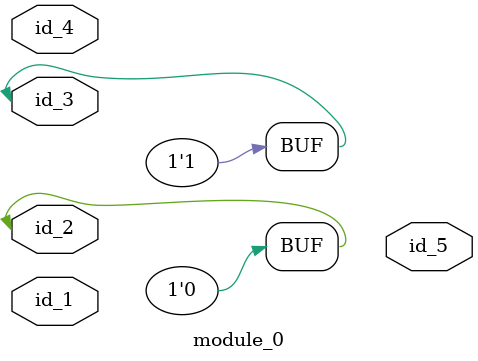
<source format=v>
module module_0 (
    id_1,
    id_2,
    id_3,
    id_4,
    id_5
);
  output id_5;
  inout id_4;
  inout id_3;
  inout id_2;
  inout id_1;
  initial begin
    id_3 <= 1;
    id_2 <= 1 << 1;
  end
endmodule

</source>
